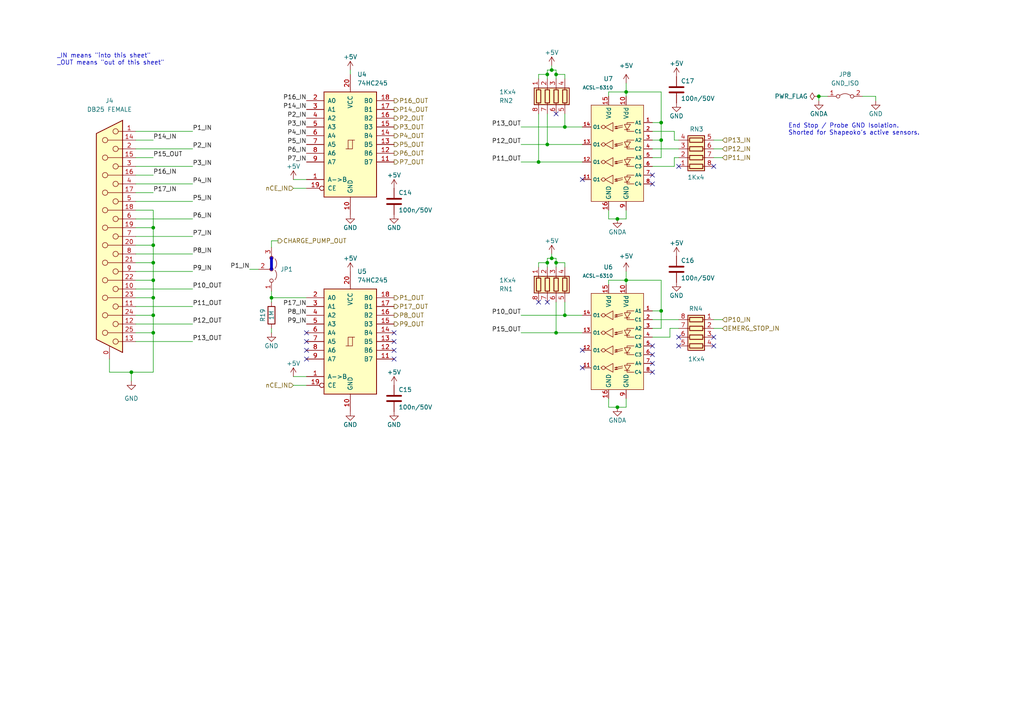
<source format=kicad_sch>
(kicad_sch (version 20211123) (generator eeschema)
  (paper "A4")
  (title_block (title "Shapeoko LPT Interface — LPT Interface") (date "2022-07-09") (rev "3.0"))
  (lib_symbols
    (symbol "3rd-party:ACSL-6310"
      (property "Reference" "U7" (at 1.27 21.59 0))
      (property "Value" "ACSL-6310" (at 1.27 19.05 0))
      (symbol "ACSL-6310_0_1"
        (rectangle (start -7.62 13.97) (end 7.62 -13.97) (fill (type background)))
        (polyline (pts (xy -3.556 -8.382) (xy -2.032 -8.382)))
        (polyline (pts (xy -3.556 -3.302) (xy -2.032 -3.302)))
        (polyline (pts (xy -3.556 1.778) (xy -2.032 1.778)))
        (polyline (pts (xy -3.556 6.858) (xy -2.032 6.858)))
        (polyline (pts (xy 0.762 -8.128) (xy 0 -8.128)))
        (polyline (pts (xy 0.762 -7.62) (xy 0 -7.62)))
        (polyline (pts (xy 0.762 -3.048) (xy 0 -3.048)))
        (polyline (pts (xy 0.762 -2.54) (xy 0 -2.54)))
        (polyline (pts (xy 0.762 2.032) (xy 0 2.032)))
        (polyline (pts (xy 0.762 2.54) (xy 0 2.54)))
        (polyline (pts (xy 0.762 7.112) (xy 0 7.112)))
        (polyline (pts (xy 0.762 7.62) (xy 0 7.62)))
        (polyline (pts (xy 4.572 -7.62) (xy 4.826 -7.62)))
        (polyline (pts (xy 4.572 -2.54) (xy 4.826 -2.54)))
        (polyline (pts (xy 4.572 2.54) (xy 4.826 2.54)))
        (polyline (pts (xy 4.572 7.62) (xy 4.826 7.62)))
        (polyline (pts (xy -2.794 -8.382) (xy -2.794 -8.89) (xy -4.826 -8.89)))
        (polyline (pts (xy -2.794 -6.858) (xy -2.794 -6.35) (xy -4.826 -6.35)))
        (polyline (pts (xy -2.794 -3.302) (xy -2.794 -3.81) (xy -4.826 -3.81)))
        (polyline (pts (xy -2.794 -1.778) (xy -2.794 -1.27) (xy -4.826 -1.27)))
        (polyline (pts (xy -2.794 1.778) (xy -2.794 1.27) (xy -4.826 1.27)))
        (polyline (pts (xy -2.794 3.302) (xy -2.794 3.81) (xy -4.826 3.81)))
        (polyline (pts (xy -2.794 6.858) (xy -2.794 6.35) (xy -4.826 6.35)))
        (polyline (pts (xy -2.794 8.382) (xy -2.794 8.89) (xy -4.826 8.89)))
        (polyline (pts (xy -1.524 -7.62) (xy 0.762 -8.128) (xy 0.254 -7.874)))
        (polyline (pts (xy -1.524 -7.112) (xy 0.762 -7.62) (xy 0.254 -7.366)))
        (polyline (pts (xy -1.524 -2.54) (xy 0.762 -3.048) (xy 0.254 -2.794)))
        (polyline (pts (xy -1.524 -2.032) (xy 0.762 -2.54) (xy 0.254 -2.286)))
        (polyline (pts (xy -1.524 2.54) (xy 0.762 2.032) (xy 0.254 2.286)))
        (polyline (pts (xy -1.524 3.048) (xy 0.762 2.54) (xy 0.254 2.794)))
        (polyline (pts (xy -1.524 7.62) (xy 0.762 7.112) (xy 0.254 7.366)))
        (polyline (pts (xy -1.524 8.128) (xy 0.762 7.62) (xy 0.254 7.874)))
        (polyline (pts (xy -2.794 -8.382) (xy -3.81 -6.858) (xy -2.032 -6.858) (xy -2.794 -8.382)))
        (polyline (pts (xy -2.794 -3.302) (xy -3.81 -1.778) (xy -2.032 -1.778) (xy -2.794 -3.302)))
        (polyline (pts (xy -2.794 1.778) (xy -3.81 3.302) (xy -2.032 3.302) (xy -2.794 1.778)))
        (polyline (pts (xy -2.794 6.858) (xy -3.81 8.382) (xy -2.032 8.382) (xy -2.794 6.858)))
        (polyline (pts (xy 3.556 -7.62) (xy 1.27 -6.35) (xy 1.27 -8.89) (xy 3.556 -7.62)))
        (polyline (pts (xy 3.556 -2.54) (xy 1.27 -1.27) (xy 1.27 -3.81) (xy 3.556 -2.54)))
        (polyline (pts (xy 3.556 2.54) (xy 1.27 3.81) (xy 1.27 1.27) (xy 3.556 2.54)))
        (polyline (pts (xy 3.556 7.62) (xy 1.27 8.89) (xy 1.27 6.35) (xy 3.556 7.62)))
        (circle (center 4.064 -7.62) (radius 0.508))
        (circle (center 4.064 -2.54) (radius 0.508))
        (circle (center 4.064 2.54) (radius 0.508))
        (circle (center 4.064 7.62) (radius 0.508))
      )
      (symbol "ACSL-6310_1_1"
        (pin input line (at -10.16 8.89 0) (length 2.54) (name "A1") (number "1"))
        (pin power_in line (at -2.54 16.51 270) (length 2.54) (name "Vdd") (number "10"))
        (pin output line (at 10.16 -7.62 180) (length 2.54) (name "O1") (number "11"))
        (pin output line (at 10.16 -2.54 180) (length 2.54) (name "O1") (number "12"))
        (pin output line (at 10.16 2.54 180) (length 2.54) (name "O1") (number "13"))
        (pin output line (at 10.16 7.62 180) (length 2.54) (name "O1") (number "14"))
        (pin power_in line (at 2.54 16.51 270) (length 2.54) (name "Vdd") (number "15"))
        (pin power_in line (at 2.54 -16.51 90) (length 2.54) (name "GND") (number "16"))
        (pin input line (at -10.16 6.35 0) (length 2.54) (name "C1") (number "2"))
        (pin input line (at -10.16 3.81 0) (length 2.54) (name "A2") (number "3"))
        (pin input line (at -10.16 1.27 0) (length 2.54) (name "C2") (number "4"))
        (pin input line (at -10.16 -1.27 0) (length 2.54) (name "A3") (number "5"))
        (pin input line (at -10.16 -3.81 0) (length 2.54) (name "C3") (number "6"))
        (pin input line (at -10.16 -6.35 0) (length 2.54) (name "A4") (number "7"))
        (pin input line (at -10.16 -8.89 0) (length 2.54) (name "C4") (number "8"))
        (pin power_in line (at -2.54 -16.51 90) (length 2.54) (name "GND") (number "9"))
      )
    )
    (symbol "74xx:74HC245" (pin_names (offset 1.016))
      (property "Reference" "U" (at -7.62 16.51 0))
      (property "Value" "74HC245" (at -7.62 -16.51 0))
      (symbol "74HC245_1_0"
        (polyline (pts (xy -0.635 -1.27) (xy -0.635 1.27) (xy 0.635 1.27)))
        (polyline (pts (xy -1.27 -1.27) (xy 0.635 -1.27) (xy 0.635 1.27) (xy 1.27 1.27)))
        (pin input line (at -12.7 -10.16 0) (length 5.08) (name "A->B") (number "1"))
        (pin power_in line (at 0 -20.32 90) (length 5.08) (name "GND") (number "10"))
        (pin tri_state line (at 12.7 -5.08 180) (length 5.08) (name "B7") (number "11"))
        (pin tri_state line (at 12.7 -2.54 180) (length 5.08) (name "B6") (number "12"))
        (pin tri_state line (at 12.7 0 180) (length 5.08) (name "B5") (number "13"))
        (pin tri_state line (at 12.7 2.54 180) (length 5.08) (name "B4") (number "14"))
        (pin tri_state line (at 12.7 5.08 180) (length 5.08) (name "B3") (number "15"))
        (pin tri_state line (at 12.7 7.62 180) (length 5.08) (name "B2") (number "16"))
        (pin tri_state line (at 12.7 10.16 180) (length 5.08) (name "B1") (number "17"))
        (pin tri_state line (at 12.7 12.7 180) (length 5.08) (name "B0") (number "18"))
        (pin input inverted (at -12.7 -12.7 0) (length 5.08) (name "CE") (number "19"))
        (pin tri_state line (at -12.7 12.7 0) (length 5.08) (name "A0") (number "2"))
        (pin power_in line (at 0 20.32 270) (length 5.08) (name "VCC") (number "20"))
        (pin tri_state line (at -12.7 10.16 0) (length 5.08) (name "A1") (number "3"))
        (pin tri_state line (at -12.7 7.62 0) (length 5.08) (name "A2") (number "4"))
        (pin tri_state line (at -12.7 5.08 0) (length 5.08) (name "A3") (number "5"))
        (pin tri_state line (at -12.7 2.54 0) (length 5.08) (name "A4") (number "6"))
        (pin tri_state line (at -12.7 0 0) (length 5.08) (name "A5") (number "7"))
        (pin tri_state line (at -12.7 -2.54 0) (length 5.08) (name "A6") (number "8"))
        (pin tri_state line (at -12.7 -5.08 0) (length 5.08) (name "A7") (number "9"))
      )
      (symbol "74HC245_1_1"
        (rectangle (start -7.62 15.24) (end 7.62 -15.24) (stroke (width 0.254)) (fill (type background)))
      )
    )
    (symbol "Connector:DB25_Female_MountingHoles" (pin_names (offset 1.016) hide)
      (property "Reference" "J" (at 0 36.83 0))
      (property "Value" "DB25_Female_MountingHoles" (at 0 34.925 0))
      (symbol "DB25_Female_MountingHoles_0_1"
        (circle (center -1.778 -30.48) (radius 0.762))
        (circle (center -1.778 -25.4) (radius 0.762))
        (circle (center -1.778 -20.32) (radius 0.762))
        (circle (center -1.778 -15.24) (radius 0.762))
        (circle (center -1.778 -10.16) (radius 0.762))
        (circle (center -1.778 -5.08) (radius 0.762))
        (circle (center -1.778 0) (radius 0.762))
        (circle (center -1.778 5.08) (radius 0.762))
        (circle (center -1.778 10.16) (radius 0.762))
        (circle (center -1.778 15.24) (radius 0.762))
        (circle (center -1.778 20.32) (radius 0.762))
        (circle (center -1.778 25.4) (radius 0.762))
        (circle (center -1.778 30.48) (radius 0.762))
        (polyline (pts (xy -3.81 -30.48) (xy -2.54 -30.48)))
        (polyline (pts (xy -3.81 -27.94) (xy 0.508 -27.94)))
        (polyline (pts (xy -3.81 -25.4) (xy -2.54 -25.4)))
        (polyline (pts (xy -3.81 -22.86) (xy 0.508 -22.86)))
        (polyline (pts (xy -3.81 -20.32) (xy -2.54 -20.32)))
        (polyline (pts (xy -3.81 -17.78) (xy 0.508 -17.78)))
        (polyline (pts (xy -3.81 -15.24) (xy -2.54 -15.24)))
        (polyline (pts (xy -3.81 -12.7) (xy 0.508 -12.7)))
        (polyline (pts (xy -3.81 -10.16) (xy -2.54 -10.16)))
        (polyline (pts (xy -3.81 -7.62) (xy 0.508 -7.62)))
        (polyline (pts (xy -3.81 -5.08) (xy -2.54 -5.08)))
        (polyline (pts (xy -3.81 -2.54) (xy 0.508 -2.54)))
        (polyline (pts (xy -3.81 0) (xy -2.54 0)))
        (polyline (pts (xy -3.81 2.54) (xy 0.508 2.54)))
        (polyline (pts (xy -3.81 5.08) (xy -2.54 5.08)))
        (polyline (pts (xy -3.81 7.62) (xy 0.508 7.62)))
        (polyline (pts (xy -3.81 10.16) (xy -2.54 10.16)))
        (polyline (pts (xy -3.81 12.7) (xy 0.508 12.7)))
        (polyline (pts (xy -3.81 15.24) (xy -2.54 15.24)))
        (polyline (pts (xy -3.81 17.78) (xy 0.508 17.78)))
        (polyline (pts (xy -3.81 20.32) (xy -2.54 20.32)))
        (polyline (pts (xy -3.81 22.86) (xy 0.508 22.86)))
        (polyline (pts (xy -3.81 25.4) (xy -2.54 25.4)))
        (polyline (pts (xy -3.81 27.94) (xy 0.508 27.94)))
        (polyline (pts (xy -3.81 30.48) (xy -2.54 30.48)))
        (polyline (pts (xy -3.81 33.655) (xy 3.81 29.845) (xy 3.81 -29.845) (xy -3.81 -33.655) (xy -3.81 33.655)) (stroke (width 0.254)) (fill (type background)))
        (circle (center 1.27 -27.94) (radius 0.762))
        (circle (center 1.27 -22.86) (radius 0.762))
        (circle (center 1.27 -17.78) (radius 0.762))
        (circle (center 1.27 -12.7) (radius 0.762))
        (circle (center 1.27 -7.62) (radius 0.762))
        (circle (center 1.27 -2.54) (radius 0.762))
        (circle (center 1.27 2.54) (radius 0.762))
        (circle (center 1.27 7.62) (radius 0.762))
        (circle (center 1.27 12.7) (radius 0.762))
        (circle (center 1.27 17.78) (radius 0.762))
        (circle (center 1.27 22.86) (radius 0.762))
        (circle (center 1.27 27.94) (radius 0.762))
      )
      (symbol "DB25_Female_MountingHoles_1_1"
        (pin passive line (at 0 -35.56 90) (length 3.81) (name "PAD") (number "0"))
        (pin passive line (at -7.62 30.48 0) (length 3.81) (name "1") (number "1"))
        (pin passive line (at -7.62 -15.24 0) (length 3.81) (name "10") (number "10"))
        (pin passive line (at -7.62 -20.32 0) (length 3.81) (name "11") (number "11"))
        (pin passive line (at -7.62 -25.4 0) (length 3.81) (name "12") (number "12"))
        (pin passive line (at -7.62 -30.48 0) (length 3.81) (name "13") (number "13"))
        (pin passive line (at -7.62 27.94 0) (length 3.81) (name "P14") (number "14"))
        (pin passive line (at -7.62 22.86 0) (length 3.81) (name "P15") (number "15"))
        (pin passive line (at -7.62 17.78 0) (length 3.81) (name "P16") (number "16"))
        (pin passive line (at -7.62 12.7 0) (length 3.81) (name "P17") (number "17"))
        (pin passive line (at -7.62 7.62 0) (length 3.81) (name "P18") (number "18"))
        (pin passive line (at -7.62 2.54 0) (length 3.81) (name "P19") (number "19"))
        (pin passive line (at -7.62 25.4 0) (length 3.81) (name "2") (number "2"))
        (pin passive line (at -7.62 -2.54 0) (length 3.81) (name "P20") (number "20"))
        (pin passive line (at -7.62 -7.62 0) (length 3.81) (name "P21") (number "21"))
        (pin passive line (at -7.62 -12.7 0) (length 3.81) (name "P22") (number "22"))
        (pin passive line (at -7.62 -17.78 0) (length 3.81) (name "P23") (number "23"))
        (pin passive line (at -7.62 -22.86 0) (length 3.81) (name "P24") (number "24"))
        (pin passive line (at -7.62 -27.94 0) (length 3.81) (name "P25") (number "25"))
        (pin passive line (at -7.62 20.32 0) (length 3.81) (name "3") (number "3"))
        (pin passive line (at -7.62 15.24 0) (length 3.81) (name "4") (number "4"))
        (pin passive line (at -7.62 10.16 0) (length 3.81) (name "5") (number "5"))
        (pin passive line (at -7.62 5.08 0) (length 3.81) (name "6") (number "6"))
        (pin passive line (at -7.62 0 0) (length 3.81) (name "7") (number "7"))
        (pin passive line (at -7.62 -5.08 0) (length 3.81) (name "8") (number "8"))
        (pin passive line (at -7.62 -10.16 0) (length 3.81) (name "9") (number "9"))
      )
    )
    (symbol "Device:C" (pin_numbers hide) (pin_names (offset 0.254))
      (property "Reference" "C" (at 0.635 2.54 0))
      (property "Value" "C" (at 0.635 -2.54 0))
      (symbol "C_0_1"
        (polyline (pts (xy -2.032 -0.762) (xy 2.032 -0.762)) (stroke (width 0.508)))
        (polyline (pts (xy -2.032 0.762) (xy 2.032 0.762)) (stroke (width 0.508)))
      )
      (symbol "C_1_1"
        (pin passive line (at 0 3.81 270) (length 2.794) (name "~") (number "1"))
        (pin passive line (at 0 -3.81 90) (length 2.794) (name "~") (number "2"))
      )
    )
    (symbol "Device:R" (pin_numbers hide) (pin_names (offset 0))
      (property "Reference" "R" (at 2.032 0 90))
      (property "Value" "R" (at 0 0 90))
      (symbol "R_0_1"
        (rectangle (start -1.016 -2.54) (end 1.016 2.54) (stroke (width 0.254)))
      )
      (symbol "R_1_1"
        (pin passive line (at 0 3.81 270) (length 1.27) (name "~") (number "1"))
        (pin passive line (at 0 -3.81 90) (length 1.27) (name "~") (number "2"))
      )
    )
    (symbol "Device:R_Pack04" (pin_names (offset 0) hide)
      (property "Reference" "RN" (at -7.62 0 90))
      (property "Value" "R_Pack04" (at 5.08 0 90))
      (symbol "R_Pack04_0_1"
        (rectangle (start -6.35 -2.413) (end 3.81 2.413) (stroke (width 0.254)) (fill (type background)))
        (rectangle (start -5.715 1.905) (end -4.445 -1.905) (stroke (width 0.254)))
        (rectangle (start -3.175 1.905) (end -1.905 -1.905) (stroke (width 0.254)))
        (rectangle (start -0.635 1.905) (end 0.635 -1.905) (stroke (width 0.254)))
        (polyline (pts (xy -5.08 -2.54) (xy -5.08 -1.905)))
        (polyline (pts (xy -5.08 1.905) (xy -5.08 2.54)))
        (polyline (pts (xy -2.54 -2.54) (xy -2.54 -1.905)))
        (polyline (pts (xy -2.54 1.905) (xy -2.54 2.54)))
        (polyline (pts (xy 0 -2.54) (xy 0 -1.905)))
        (polyline (pts (xy 0 1.905) (xy 0 2.54)))
        (polyline (pts (xy 2.54 -2.54) (xy 2.54 -1.905)))
        (polyline (pts (xy 2.54 1.905) (xy 2.54 2.54)))
        (rectangle (start 1.905 1.905) (end 3.175 -1.905) (stroke (width 0.254)))
      )
      (symbol "R_Pack04_1_1"
        (pin passive line (at -5.08 -5.08 90) (length 2.54) (name "R1.1") (number "1"))
        (pin passive line (at -2.54 -5.08 90) (length 2.54) (name "R2.1") (number "2"))
        (pin passive line (at 0 -5.08 90) (length 2.54) (name "R3.1") (number "3"))
        (pin passive line (at 2.54 -5.08 90) (length 2.54) (name "R4.1") (number "4"))
        (pin passive line (at 2.54 5.08 270) (length 2.54) (name "R4.2") (number "5"))
        (pin passive line (at 0 5.08 270) (length 2.54) (name "R3.2") (number "6"))
        (pin passive line (at -2.54 5.08 270) (length 2.54) (name "R2.2") (number "7"))
        (pin passive line (at -5.08 5.08 270) (length 2.54) (name "R1.2") (number "8"))
      )
    )
    (symbol "Jumper:Jumper_2_Bridged" (pin_names (offset 0) hide)
      (property "Reference" "JP" (at 0 1.905 0))
      (property "Value" "Jumper_2_Bridged" (at 0 -2.54 0))
      (symbol "Jumper_2_Bridged_0_0"
        (circle (center -2.032 0) (radius 0.508))
        (circle (center 2.032 0) (radius 0.508))
      )
      (symbol "Jumper_2_Bridged_0_1"
        (arc (start 1.524 0.254) (mid 0 0.762) (end -1.524 0.254))
      )
      (symbol "Jumper_2_Bridged_1_1"
        (pin passive line (at -5.08 0 0) (length 2.54) (name "A") (number "1"))
        (pin passive line (at 5.08 0 180) (length 2.54) (name "B") (number "2"))
      )
    )
    (symbol "Jumper:Jumper_3_Open" (pin_names (offset 0) hide)
      (property "Reference" "JP" (at -2.54 -2.54 0))
      (property "Value" "Jumper_3_Open" (at 0 2.794 0))
      (symbol "Jumper_3_Open_0_0"
        (circle (center -3.302 0) (radius 0.508))
        (circle (center 0 0) (radius 0.508))
        (circle (center 3.302 0) (radius 0.508))
      )
      (symbol "Jumper_3_Open_0_1"
        (arc (start -0.254 1.016) (mid -1.651 1.4992) (end -3.048 1.016))
        (polyline (pts (xy 0 -0.508) (xy 0 -1.27)))
        (arc (start 3.048 1.016) (mid 1.651 1.4992) (end 0.254 1.016))
      )
      (symbol "Jumper_3_Open_1_1"
        (pin passive line (at -6.35 0 0) (length 2.54) (name "A") (number "1"))
        (pin passive line (at 0 -3.81 90) (length 2.54) (name "C") (number "2"))
        (pin passive line (at 6.35 0 180) (length 2.54) (name "B") (number "3"))
      )
    )
    (symbol "power:+5V" (power) (pin_names (offset 0))
      (property "Value" "+5V" (at 0 3.556 0))
      (symbol "+5V_0_1"
        (polyline (pts (xy -0.762 1.27) (xy 0 2.54)))
        (polyline (pts (xy 0 0) (xy 0 2.54)))
        (polyline (pts (xy 0 2.54) (xy 0.762 1.27)))
      )
      (symbol "+5V_1_1"
        (pin power_in line (at 0 0 90) (length 0) hide (name "+5V") (number "1"))
      )
    )
    (symbol "power:GND" (power) (pin_names (offset 0))
      (property "Value" "GND" (at 0 -3.81 0))
      (symbol "GND_0_1"
        (polyline (pts (xy 0 0) (xy 0 -1.27) (xy 1.27 -1.27) (xy 0 -2.54) (xy -1.27 -1.27) (xy 0 -1.27)))
      )
      (symbol "GND_1_1"
        (pin power_in line (at 0 0 270) (length 0) hide (name "GND") (number "1"))
      )
    )
    (symbol "power:GNDA" (power) (pin_names (offset 0))
      (property "Value" "GNDA" (at 0 -3.81 0))
      (symbol "GNDA_0_1"
        (polyline (pts (xy 0 0) (xy 0 -1.27) (xy 1.27 -1.27) (xy 0 -2.54) (xy -1.27 -1.27) (xy 0 -1.27)))
      )
      (symbol "GNDA_1_1"
        (pin power_in line (at 0 0 270) (length 0) hide (name "GNDA") (number "1"))
      )
    )
    (symbol "power:PWR_FLAG" (power) (pin_numbers hide) (pin_names (offset 0) hide)
      (property "Value" "PWR_FLAG" (at 0 3.81 0))
      (symbol "PWR_FLAG_0_0"
        (pin power_out line (at 0 0 90) (length 0) (name "pwr") (number "1"))
      )
      (symbol "PWR_FLAG_0_1"
        (polyline (pts (xy 0 0) (xy 0 1.27) (xy -1.016 1.905) (xy 0 2.54) (xy 1.016 1.905) (xy 0 1.27)))
      )
    )
  )
  (junction (at 181.61 26.67))
  (junction (at 163.83 91.44))
  (junction (at 78.74 86.36))
  (junction (at 44.45 91.44))
  (junction (at 181.61 81.28))
  (junction (at 44.45 81.28))
  (junction (at 158.75 21.59))
  (junction (at 161.29 21.59))
  (junction (at 161.29 76.2))
  (junction (at 160.02 20.32))
  (junction (at 38.1 107.95))
  (junction (at 191.77 90.17))
  (junction (at 161.29 96.52))
  (junction (at 156.21 46.99))
  (junction (at 158.75 76.2))
  (junction (at 44.45 71.12))
  (junction (at 158.75 41.91))
  (junction (at 179.07 118.11))
  (junction (at 237.49 27.94))
  (junction (at 179.07 63.5))
  (junction (at 44.45 66.04))
  (junction (at 191.77 40.64))
  (junction (at 160.02 74.93))
  (junction (at 44.45 76.2))
  (junction (at 44.45 96.52))
  (junction (at 191.77 35.56))
  (junction (at 163.83 36.83))
  (junction (at 44.45 86.36))
  (no_connect (at 156.21 87.63))
  (no_connect (at 168.91 106.68))
  (no_connect (at 88.9 99.06))
  (no_connect (at 88.9 96.52))
  (no_connect (at 88.9 104.14))
  (no_connect (at 88.9 101.6))
  (no_connect (at 189.23 100.33))
  (no_connect (at 189.23 102.87))
  (no_connect (at 196.85 97.79))
  (no_connect (at 196.85 100.33))
  (no_connect (at 161.29 33.02))
  (no_connect (at 189.23 105.41))
  (no_connect (at 189.23 107.95))
  (no_connect (at 158.75 87.63))
  (no_connect (at 207.01 100.33))
  (no_connect (at 207.01 97.79))
  (no_connect (at 189.23 53.34))
  (no_connect (at 189.23 50.8))
  (no_connect (at 168.91 52.07))
  (no_connect (at 114.3 101.6))
  (no_connect (at 114.3 96.52))
  (no_connect (at 114.3 99.06))
  (no_connect (at 114.3 104.14))
  (no_connect (at 207.01 48.26))
  (no_connect (at 196.85 48.26))
  (no_connect (at 168.91 101.6))
  (wire (pts (xy 191.77 35.56) (xy 191.77 26.67)))
  (wire (pts (xy 194.31 97.79) (xy 189.23 97.79)))
  (wire (pts (xy 72.39 78.105) (xy 74.93 78.105)))
  (wire (pts (xy 163.83 22.86) (xy 163.83 21.59)))
  (wire (pts (xy 39.37 71.12) (xy 44.45 71.12)))
  (wire (pts (xy 254 29.21) (xy 254 27.94)))
  (wire (pts (xy 39.37 48.26) (xy 55.88 48.26)))
  (wire (pts (xy 161.29 96.52) (xy 168.91 96.52)))
  (wire (pts (xy 191.77 90.17) (xy 191.77 81.28)))
  (wire (pts (xy 158.75 21.59) (xy 158.75 20.32)))
  (wire (pts (xy 189.23 92.71) (xy 196.85 92.71)))
  (wire (pts (xy 158.75 77.47) (xy 158.75 76.2)))
  (wire (pts (xy 181.61 24.13) (xy 181.61 26.67)))
  (wire (pts (xy 158.75 41.91) (xy 168.91 41.91)))
  (wire (pts (xy 189.23 35.56) (xy 191.77 35.56)))
  (wire (pts (xy 189.23 95.25) (xy 191.77 95.25)))
  (wire (pts (xy 151.13 46.99) (xy 156.21 46.99)))
  (wire (pts (xy 156.21 76.2) (xy 158.75 76.2)))
  (wire (pts (xy 85.09 109.22) (xy 88.9 109.22)))
  (wire (pts (xy 39.37 83.82) (xy 55.88 83.82)))
  (wire (pts (xy 39.37 99.06) (xy 55.88 99.06)))
  (wire (pts (xy 39.37 45.72) (xy 44.45 45.72)))
  (wire (pts (xy 160.02 19.05) (xy 160.02 20.32)))
  (wire (pts (xy 39.37 78.74) (xy 55.88 78.74)))
  (wire (pts (xy 163.83 33.02) (xy 163.83 36.83)))
  (wire (pts (xy 39.37 55.88) (xy 44.45 55.88)))
  (wire (pts (xy 209.55 43.18) (xy 207.01 43.18)))
  (wire (pts (xy 44.45 81.28) (xy 44.45 86.36)))
  (wire (pts (xy 163.83 87.63) (xy 163.83 91.44)))
  (wire (pts (xy 78.74 71.755) (xy 78.74 69.85)))
  (wire (pts (xy 44.45 91.44) (xy 44.45 96.52)))
  (wire (pts (xy 39.37 88.9) (xy 55.88 88.9)))
  (wire (pts (xy 250.19 27.94) (xy 254 27.94)))
  (wire (pts (xy 194.31 95.25) (xy 194.31 97.79)))
  (wire (pts (xy 158.75 76.2) (xy 158.75 74.93)))
  (wire (pts (xy 189.23 45.72) (xy 191.77 45.72)))
  (wire (pts (xy 176.53 26.67) (xy 181.61 26.67)))
  (wire (pts (xy 39.37 73.66) (xy 55.88 73.66)))
  (wire (pts (xy 161.29 77.47) (xy 161.29 76.2)))
  (wire (pts (xy 189.23 40.64) (xy 191.77 40.64)))
  (wire (pts (xy 39.37 68.58) (xy 55.88 68.58)))
  (wire (pts (xy 176.53 82.55) (xy 176.53 81.28)))
  (wire (pts (xy 179.07 63.5) (xy 176.53 63.5)))
  (wire (pts (xy 191.77 40.64) (xy 191.77 35.56)))
  (wire (pts (xy 160.02 20.32) (xy 161.29 20.32)))
  (wire (pts (xy 156.21 77.47) (xy 156.21 76.2)))
  (wire (pts (xy 39.37 96.52) (xy 44.45 96.52)))
  (wire (pts (xy 78.74 69.85) (xy 80.645 69.85)))
  (wire (pts (xy 195.58 45.72) (xy 195.58 48.26)))
  (wire (pts (xy 161.29 87.63) (xy 161.29 96.52)))
  (wire (pts (xy 191.77 26.67) (xy 181.61 26.67)))
  (wire (pts (xy 189.23 48.26) (xy 195.58 48.26)))
  (wire (pts (xy 156.21 21.59) (xy 158.75 21.59)))
  (wire (pts (xy 151.13 36.83) (xy 163.83 36.83)))
  (wire (pts (xy 44.45 76.2) (xy 44.45 81.28)))
  (wire (pts (xy 160.02 73.66) (xy 160.02 74.93)))
  (wire (pts (xy 39.37 60.96) (xy 44.45 60.96)))
  (wire (pts (xy 39.37 53.34) (xy 55.88 53.34)))
  (wire (pts (xy 44.45 60.96) (xy 44.45 66.04)))
  (wire (pts (xy 191.77 81.28) (xy 181.61 81.28)))
  (wire (pts (xy 44.45 71.12) (xy 44.45 76.2)))
  (wire (pts (xy 39.37 40.64) (xy 44.45 40.64)))
  (wire (pts (xy 163.83 36.83) (xy 168.91 36.83)))
  (wire (pts (xy 209.55 45.72) (xy 207.01 45.72)))
  (wire (pts (xy 181.61 63.5) (xy 179.07 63.5)))
  (wire (pts (xy 189.23 38.1) (xy 195.58 38.1)))
  (wire (pts (xy 39.37 58.42) (xy 55.88 58.42)))
  (wire (pts (xy 237.49 27.94) (xy 240.03 27.94)))
  (wire (pts (xy 156.21 33.02) (xy 156.21 46.99)))
  (wire (pts (xy 158.75 33.02) (xy 158.75 41.91)))
  (polyline (pts (xy 78.74 74.803) (xy 78.74 78.105)) (stroke (width 0.8) (type solid)))
  (wire (pts (xy 39.37 38.1) (xy 55.88 38.1)))
  (wire (pts (xy 237.49 29.21) (xy 237.49 27.94)))
  (wire (pts (xy 176.53 63.5) (xy 176.53 60.96)))
  (wire (pts (xy 191.77 45.72) (xy 191.77 40.64)))
  (wire (pts (xy 207.01 95.25) (xy 209.55 95.25)))
  (wire (pts (xy 191.77 95.25) (xy 191.77 90.17)))
  (wire (pts (xy 39.37 76.2) (xy 44.45 76.2)))
  (wire (pts (xy 78.74 87.63) (xy 78.74 86.36)))
  (wire (pts (xy 176.53 27.94) (xy 176.53 26.67)))
  (wire (pts (xy 207.01 92.71) (xy 209.55 92.71)))
  (wire (pts (xy 181.61 60.96) (xy 181.61 63.5)))
  (wire (pts (xy 195.58 40.64) (xy 196.85 40.64)))
  (wire (pts (xy 44.45 86.36) (xy 44.45 91.44)))
  (wire (pts (xy 39.37 86.36) (xy 44.45 86.36)))
  (wire (pts (xy 161.29 22.86) (xy 161.29 21.59)))
  (wire (pts (xy 85.09 54.61) (xy 88.9 54.61)))
  (wire (pts (xy 39.37 63.5) (xy 55.88 63.5)))
  (wire (pts (xy 161.29 21.59) (xy 161.29 20.32)))
  (wire (pts (xy 78.74 86.36) (xy 88.9 86.36)))
  (wire (pts (xy 39.37 91.44) (xy 44.45 91.44)))
  (wire (pts (xy 158.75 20.32) (xy 160.02 20.32)))
  (wire (pts (xy 163.83 76.2) (xy 161.29 76.2)))
  (wire (pts (xy 31.75 104.14) (xy 31.75 107.95)))
  (wire (pts (xy 181.61 78.74) (xy 181.61 81.28)))
  (wire (pts (xy 176.53 118.11) (xy 176.53 115.57)))
  (wire (pts (xy 156.21 22.86) (xy 156.21 21.59)))
  (wire (pts (xy 78.74 96.52) (xy 78.74 95.25)))
  (wire (pts (xy 189.23 43.18) (xy 196.85 43.18)))
  (wire (pts (xy 179.07 118.11) (xy 176.53 118.11)))
  (wire (pts (xy 163.83 91.44) (xy 168.91 91.44)))
  (wire (pts (xy 44.45 66.04) (xy 44.45 71.12)))
  (wire (pts (xy 181.61 81.28) (xy 181.61 82.55)))
  (wire (pts (xy 195.58 45.72) (xy 196.85 45.72)))
  (wire (pts (xy 181.61 115.57) (xy 181.61 118.11)))
  (wire (pts (xy 44.45 96.52) (xy 44.45 107.95)))
  (wire (pts (xy 181.61 118.11) (xy 179.07 118.11)))
  (wire (pts (xy 38.1 107.95) (xy 44.45 107.95)))
  (wire (pts (xy 101.6 20.32) (xy 101.6 21.59)))
  (wire (pts (xy 161.29 76.2) (xy 161.29 74.93)))
  (wire (pts (xy 151.13 41.91) (xy 158.75 41.91)))
  (wire (pts (xy 163.83 77.47) (xy 163.83 76.2)))
  (wire (pts (xy 38.1 107.95) (xy 38.1 110.49)))
  (wire (pts (xy 39.37 93.98) (xy 55.88 93.98)))
  (wire (pts (xy 209.55 40.64) (xy 207.01 40.64)))
  (wire (pts (xy 163.83 21.59) (xy 161.29 21.59)))
  (wire (pts (xy 151.13 96.52) (xy 161.29 96.52)))
  (wire (pts (xy 158.75 22.86) (xy 158.75 21.59)))
  (wire (pts (xy 39.37 43.18) (xy 55.88 43.18)))
  (wire (pts (xy 189.23 90.17) (xy 191.77 90.17)))
  (wire (pts (xy 85.09 52.07) (xy 88.9 52.07)))
  (wire (pts (xy 158.75 74.93) (xy 160.02 74.93)))
  (wire (pts (xy 151.13 91.44) (xy 163.83 91.44)))
  (wire (pts (xy 160.02 74.93) (xy 161.29 74.93)))
  (wire (pts (xy 181.61 26.67) (xy 181.61 27.94)))
  (wire (pts (xy 39.37 66.04) (xy 44.45 66.04)))
  (wire (pts (xy 85.09 111.76) (xy 88.9 111.76)))
  (wire (pts (xy 195.58 38.1) (xy 195.58 40.64)))
  (wire (pts (xy 39.37 81.28) (xy 44.45 81.28)))
  (wire (pts (xy 196.85 95.25) (xy 194.31 95.25)))
  (wire (pts (xy 156.21 46.99) (xy 168.91 46.99)))
  (wire (pts (xy 39.37 50.8) (xy 44.45 50.8)))
  (wire (pts (xy 31.75 107.95) (xy 38.1 107.95)))
  (wire (pts (xy 78.74 84.455) (xy 78.74 86.36)))
  (wire (pts (xy 176.53 81.28) (xy 181.61 81.28)))
  (text "End Stop / Probe GND Isolation. \nShorted for Shapeoko's active sensors." (at 228.6 39.37 0) (effects (font (size 1.27 1.27)) (justify left bottom)))
  (text "_IN means \"into this sheet\"\n_OUT means \"out of this sheet\"" (at 16.51 19.05 0) (effects (font (size 1.27 1.27)) (justify left bottom)))
  (label "P2_IN" (at 88.9 34.29 180))
  (label "P2_IN" (at 55.88 43.18 0))
  (label "P17_IN" (at 44.45 55.88 0))
  (label "P6_IN" (at 88.9 44.45 180))
  (label "P13_OUT" (at 151.13 36.83 180))
  (label "P11_OUT" (at 55.88 88.9 0))
  (label "P1_IN" (at 72.39 78.105 180))
  (label "P5_IN" (at 55.88 58.42 0))
  (label "P16_IN" (at 44.45 50.8 0))
  (label "P3_IN" (at 88.9 36.83 180))
  (label "P11_OUT" (at 151.13 46.99 180))
  (label "P9_IN" (at 88.9 93.98 180))
  (label "P10_OUT" (at 55.88 83.82 0))
  (label "P9_IN" (at 55.88 78.74 0))
  (label "P12_OUT" (at 55.88 93.98 0))
  (label "P6_IN" (at 55.88 63.5 0))
  (label "P3_IN" (at 55.88 48.26 0))
  (label "P4_IN" (at 55.88 53.34 0))
  (label "P12_OUT" (at 151.13 41.91 180))
  (label "P15_OUT" (at 151.13 96.52 180))
  (label "P8_IN" (at 55.88 73.66 0))
  (label "P7_IN" (at 55.88 68.58 0))
  (label "P13_OUT" (at 55.88 99.06 0))
  (label "P5_IN" (at 88.9 41.91 180))
  (label "P17_IN" (at 88.9 88.9 180))
  (label "P15_OUT" (at 44.45 45.72 0))
  (label "P14_IN" (at 88.9 31.75 180))
  (label "P4_IN" (at 88.9 39.37 180))
  (label "P7_IN" (at 88.9 46.99 180))
  (label "P1_IN" (at 55.88 38.1 0))
  (label "P16_IN" (at 88.9 29.21 180))
  (label "P8_IN" (at 88.9 91.44 180))
  (label "P14_IN" (at 44.45 40.64 0))
  (label "P10_OUT" (at 151.13 91.44 180))
  (hierarchical_label "P5_OUT" (shape output) (at 114.3 41.91 0))
  (hierarchical_label "P12_IN" (shape input) (at 209.55 43.18 0))
  (hierarchical_label "P6_OUT" (shape output) (at 114.3 44.45 0))
  (hierarchical_label "P16_OUT" (shape output) (at 114.3 29.21 0))
  (hierarchical_label "P13_IN" (shape input) (at 209.55 40.64 0))
  (hierarchical_label "CHARGE_PUMP_OUT" (shape output) (at 80.645 69.85 0))
  (hierarchical_label "P4_OUT" (shape output) (at 114.3 39.37 0))
  (hierarchical_label "P11_IN" (shape input) (at 209.55 45.72 0))
  (hierarchical_label "P2_OUT" (shape output) (at 114.3 34.29 0))
  (hierarchical_label "P1_OUT" (shape output) (at 114.3 86.36 0))
  (hierarchical_label "P3_OUT" (shape output) (at 114.3 36.83 0))
  (hierarchical_label "EMERG_STOP_IN" (shape input) (at 209.55 95.25 0))
  (hierarchical_label "P14_OUT" (shape output) (at 114.3 31.75 0))
  (hierarchical_label "P17_OUT" (shape output) (at 114.3 88.9 0))
  (hierarchical_label "P9_OUT" (shape output) (at 114.3 93.98 0))
  (hierarchical_label "P7_OUT" (shape output) (at 114.3 46.99 0))
  (hierarchical_label "P8_OUT" (shape output) (at 114.3 91.44 0))
  (hierarchical_label "P10_IN" (shape input) (at 209.55 92.71 0))
  (hierarchical_label "nCE_IN" (shape input) (at 85.09 111.76 180))
  (hierarchical_label "nCE_IN" (shape input) (at 85.09 54.61 180))
  (symbol (lib_id "power:GND") (at 254 29.21 0) (unit 1)
    (property "Reference" "#PWR054" (effects hide))
    (property "Value" "GND" (at 254 33.02 0))
  )
  (symbol (lib_id "power:+5V") (at 114.3 54.61 0) (unit 1)
    (property "Reference" "#PWR024" (effects hide))
    (property "Value" "+5V" (at 114.3 50.8 0))
  )
  (symbol (lib_id "power:+5V") (at 181.61 78.74 0) (unit 1)
    (property "Reference" "#PWR030" (effects hide))
    (property "Value" "+5V" (at 181.61 74.295 0))
  )
  (symbol (lib_id "Device:R_Pack04") (at 201.93 97.79 90) (mirror x) (unit 1)
    (property "Reference" "RN4" (at 203.835 89.535 90) (effects (justify left)))
    (property "Value" "1Kx4" (at 204.47 104.14 90) (effects (justify left)))
    (property "Footprint" "Resistor_SMD:R_Array_Convex_4x0603" (effects hide))
    (property "E14MOQ" "10" (effects hide))
    (property "JLCMFR#" "4D03WGJ0102T5E" (effects hide))
    (property "JLCPART" "C20197" (effects hide))
    (property "JLCMOQ" "20" (effects hide))
    (property "E14MFR#" "MP005637" (effects hide))
    (property "E14PART" "3550064" (effects hide))
  )
  (symbol (lib_id "power:GND") (at 114.3 62.23 0) (unit 1)
    (property "Reference" "#PWR025" (effects hide))
    (property "Value" "GND" (at 114.3 66.04 0))
  )
  (symbol (lib_id "power:GND") (at 196.215 81.915 0) (unit 1)
    (property "Reference" "#PWR035" (effects hide))
    (property "Value" "GND" (at 196.215 85.725 0))
  )
  (symbol (lib_id "power:GND") (at 101.6 119.38 0) (unit 1)
    (property "Reference" "#PWR023" (effects hide))
    (property "Value" "GND" (at 101.6 123.19 0))
  )
  (symbol (lib_id "power:PWR_FLAG") (at 237.49 27.94 90) (unit 1)
    (property "Reference" "#FLG0101" (effects hide))
    (property "Value" "PWR_FLAG" (at 234.315 27.9399 90) (effects (justify left)))
  )
  (symbol (lib_id "74xx:74HC245") (at 101.6 99.06 0) (unit 1)
    (property "Reference" "U5" (at 103.6194 78.74 0) (effects (justify left)))
    (property "Value" "74HC245" (at 103.6194 81.28 0) (effects (justify left)))
    (property "Footprint" "Package_SO:SOIC-20W_7.5x12.8mm_P1.27mm" (effects hide))
    (property "Datasheet" "http://www.ti.com/lit/gpn/sn74HC245" (effects hide))
    (property "E14MOQ" "1" (effects hide))
    (property "E14PART" "1013973" (effects hide))
    (property "JLCMFR#" "74HC245D,653" (effects hide))
    (property "JLCMOQ" "1" (effects hide))
    (property "JLCPART" "C5625" (effects hide))
    (property "E14MFR#" "MM74HC245AWM" (effects hide))
  )
  (symbol (lib_id "Device:C") (at 114.3 58.42 0) (unit 1)
    (property "Reference" "C14" (at 115.57 55.88 0) (effects (justify left)))
    (property "Value" "100n/50V" (at 115.57 60.96 0) (effects (justify left)))
    (property "Footprint" "Capacitor_SMD:C_0603_1608Metric" (effects hide))
    (property "JLCMFR#" "CC0603KRX7R9BB104" (effects hide))
    (property "JLCMOQ" "20" (effects hide))
    (property "JLCPART" "C14663" (effects hide))
    (property "E14MFR#" "MC0603B104K500CT" (effects hide))
    (property "E14MOQ" "10" (effects hide))
    (property "E14PART" "1759122" (effects hide))
  )
  (symbol (lib_id "Device:C") (at 196.215 78.105 0) (unit 1)
    (property "Reference" "C16" (at 197.485 75.565 0) (effects (justify left)))
    (property "Value" "100n/50V" (at 197.485 80.645 0) (effects (justify left)))
    (property "Footprint" "Capacitor_SMD:C_0603_1608Metric" (effects hide))
    (property "JLCMFR#" "CC0603KRX7R9BB104" (effects hide))
    (property "JLCMOQ" "20" (effects hide))
    (property "JLCPART" "C14663" (effects hide))
    (property "E14MFR#" "MC0603B104K500CT" (effects hide))
    (property "E14MOQ" "10" (effects hide))
    (property "E14PART" "1759122" (effects hide))
  )
  (symbol (lib_id "power:GNDA") (at 179.07 118.11 0) (mirror y) (unit 1)
    (property "Reference" "#PWR047" (effects hide))
    (property "Value" "GNDA" (at 179.07 121.92 0))
  )
  (symbol (lib_id "power:+5V") (at 85.09 109.22 0) (unit 1)
    (property "Reference" "#PWR019" (effects hide))
    (property "Value" "+5V" (at 85.09 105.41 0))
  )
  (symbol (lib_id "power:+5V") (at 196.215 22.225 0) (unit 1)
    (property "Reference" "#PWR036" (effects hide))
    (property "Value" "+5V" (at 196.215 18.415 0))
  )
  (symbol (lib_id "power:+5V") (at 101.6 78.74 0) (unit 1)
    (property "Reference" "#PWR022" (effects hide))
    (property "Value" "+5V" (at 101.6 74.93 0))
  )
  (symbol (lib_id "Device:R") (at 78.74 91.44 0) (unit 1)
    (property "Reference" "R19" (at 76.2 91.44 90))
    (property "Value" "1M" (at 78.74 91.44 90))
    (property "Footprint" "Resistor_SMD:R_0603_1608Metric" (effects hide))
    (property "E14MOQ" "10" (effects hide))
    (property "E14PART" "1469820" (effects hide))
    (property "JLCMFR#" "0603WAF5601T5E" (effects hide))
    (property "JLCMOQ" "20" (effects hide))
    (property "JLCPART" "C23189" (effects hide))
    (property "E14MFR#" "CRCW06035K60FKEA" (effects hide))
  )
  (symbol (lib_id "power:+5V") (at 101.6 20.32 0) (unit 1)
    (property "Reference" "#PWR020" (effects hide))
    (property "Value" "+5V" (at 101.6 16.51 0))
  )
  (symbol (lib_id "power:+5V") (at 85.09 52.07 0) (unit 1)
    (property "Reference" "#PWR018" (effects hide))
    (property "Value" "+5V" (at 85.09 48.26 0))
  )
  (symbol (lib_id "power:+5V") (at 160.02 73.66 0) (unit 1)
    (property "Reference" "#PWR028" (effects hide))
    (property "Value" "+5V" (at 160.02 69.85 0))
  )
  (symbol (lib_id "power:+5V") (at 181.61 24.13 0) (unit 1)
    (property "Reference" "#PWR032" (effects hide))
    (property "Value" "+5V" (at 181.61 19.05 0))
  )
  (symbol (lib_id "power:GND") (at 196.215 29.845 0) (unit 1)
    (property "Reference" "#PWR037" (effects hide))
    (property "Value" "GND" (at 196.215 33.655 0))
  )
  (symbol (lib_id "Device:R_Pack04") (at 161.29 82.55 0) (mirror x) (unit 1)
    (property "Reference" "RN1" (at 144.78 83.82 0) (effects (justify left)))
    (property "Value" "1Kx4" (at 144.78 81.28 0) (effects (justify left)))
    (property "Footprint" "Resistor_SMD:R_Array_Convex_4x0603" (effects hide))
    (property "E14MOQ" "10" (effects hide))
    (property "JLCMFR#" "4D03WGJ0102T5E" (effects hide))
    (property "JLCPART" "C20197" (effects hide))
    (property "JLCMOQ" "20" (effects hide))
    (property "E14MFR#" "MP005637" (effects hide))
    (property "E14PART" "3550064" (effects hide))
  )
  (symbol (lib_id "power:GND") (at 101.6 62.23 0) (unit 1)
    (property "Reference" "#PWR021" (effects hide))
    (property "Value" "GND" (at 101.6 66.04 0))
  )
  (symbol (lib_id "Device:R_Pack04") (at 201.93 43.18 270) (mirror x) (unit 1)
    (property "Reference" "RN3" (at 200.025 37.465 90) (effects (justify left)))
    (property "Value" "1Kx4" (at 199.39 51.435 90) (effects (justify left)))
    (property "Footprint" "Resistor_SMD:R_Array_Convex_4x0603" (effects hide))
    (property "E14MOQ" "10" (effects hide))
    (property "JLCMFR#" "4D03WGJ0102T5E" (effects hide))
    (property "JLCPART" "C20197" (effects hide))
    (property "JLCMOQ" "20" (effects hide))
    (property "E14MFR#" "MP005637" (effects hide))
    (property "E14PART" "3550064" (effects hide))
  )
  (symbol (lib_id "Device:C") (at 196.215 26.035 0) (unit 1)
    (property "Reference" "C17" (at 197.485 23.495 0) (effects (justify left)))
    (property "Value" "100n/50V" (at 197.485 28.575 0) (effects (justify left)))
    (property "Footprint" "Capacitor_SMD:C_0603_1608Metric" (effects hide))
    (property "JLCMFR#" "CC0603KRX7R9BB104" (effects hide))
    (property "JLCMOQ" "20" (effects hide))
    (property "JLCPART" "C14663" (effects hide))
    (property "E14MFR#" "MC0603B104K500CT" (effects hide))
    (property "E14MOQ" "10" (effects hide))
    (property "E14PART" "1759122" (effects hide))
  )
  (symbol (lib_id "3rd-party:ACSL-6310") (at 179.07 99.06 0) (mirror y) (unit 1)
    (property "Reference" "U6" (at 177.8 77.47 0) (effects (justify left)))
    (property "Value" "ACSL-6310" (at 177.8 80.01 0) (effects (font (size 1 1)) (justify left)))
    (property "Footprint" "Package_SO:SO-16_3.9x9.9mm_P1.27mm" (effects hide))
    (property "Datasheet" "https://www.farnell.com/datasheets/3168225.pdf" (effects hide))
    (property "E14MOQ" "1" (effects hide))
    (property "E14PART" "1223820" (effects hide))
    (property "JLCMFR#" "ACSL-6310-00TE" (effects hide))
    (property "JLCMOQ" "1" (effects hide))
    (property "JLCPART" "Digikey" (effects hide))
    (property "E14MFR#" "ACSL-6310-00TE" (effects hide))
  )
  (symbol (lib_id "Device:R_Pack04") (at 161.29 27.94 0) (mirror x) (unit 1)
    (property "Reference" "RN2" (at 144.78 29.21 0) (effects (justify left)))
    (property "Value" "1Kx4" (at 144.78 26.67 0) (effects (justify left)))
    (property "Footprint" "Resistor_SMD:R_Array_Convex_4x0603" (effects hide))
    (property "E14MOQ" "10" (effects hide))
    (property "JLCMFR#" "4D03WGJ0102T5E" (effects hide))
    (property "JLCPART" "C20197" (effects hide))
    (property "JLCMOQ" "20" (effects hide))
    (property "E14MFR#" "MP005637" (effects hide))
    (property "E14PART" "3550064" (effects hide))
  )
  (symbol (lib_id "74xx:74HC245") (at 101.6 41.91 0) (unit 1)
    (property "Reference" "U4" (at 103.6194 21.59 0) (effects (justify left)))
    (property "Value" "74HC245" (at 103.6194 24.13 0) (effects (justify left)))
    (property "Footprint" "Package_SO:SOIC-20W_7.5x12.8mm_P1.27mm" (effects hide))
    (property "Datasheet" "http://www.ti.com/lit/gpn/sn74HC245" (effects hide))
    (property "E14MOQ" "1" (effects hide))
    (property "E14PART" "1013973" (effects hide))
    (property "JLCMFR#" "74HC245D,653" (effects hide))
    (property "JLCMOQ" "1" (effects hide))
    (property "JLCPART" "C5625" (effects hide))
    (property "E14MFR#" "MM74HC245AWM" (effects hide))
  )
  (symbol (lib_id "power:GND") (at 38.1 110.49 0) (unit 1)
    (property "Reference" "#PWR015" (effects hide))
    (property "Value" "GND" (at 38.1 115.57 0))
  )
  (symbol (lib_id "3rd-party:ACSL-6310") (at 179.07 44.45 0) (mirror y) (unit 1)
    (property "Reference" "U7" (at 177.8 22.86 0) (effects (justify left)))
    (property "Value" "ACSL-6310" (at 177.8 25.4 0) (effects (font (size 1 1)) (justify left)))
    (property "Footprint" "Package_SO:SO-16_3.9x9.9mm_P1.27mm" (effects hide))
    (property "Datasheet" "https://www.farnell.com/datasheets/3168225.pdf" (effects hide))
    (property "E14MOQ" "1" (effects hide))
    (property "E14PART" "1223820" (effects hide))
    (property "E14MFR#" "ACSL-6310-00TE" (effects hide))
    (property "JLCMFR#" "ACSL-6310-00TE" (effects hide))
    (property "JLCPART" "Digikey" (effects hide))
    (property "JLCMOQ" "1" (effects hide))
  )
  (symbol (lib_id "power:+5V") (at 196.215 74.295 0) (unit 1)
    (property "Reference" "#PWR034" (effects hide))
    (property "Value" "+5V" (at 196.215 70.485 0))
  )
  (symbol (lib_id "power:+5V") (at 114.3 111.76 0) (unit 1)
    (property "Reference" "#PWR026" (effects hide))
    (property "Value" "+5V" (at 114.3 107.95 0))
  )
  (symbol (lib_id "Jumper:Jumper_2_Bridged") (at 245.11 27.94 0) (unit 1)
    (property "Reference" "JP8" (at 245.11 21.59 0))
    (property "Value" "GND_ISO" (at 245.11 24.13 0))
    (property "Footprint" "Connector_PinHeader_2.54mm:PinHeader_1x02_P2.54mm_Vertical" (effects hide))
    (property "JLCMFR#" "DNI" (effects hide))
    (property "JLCPART" "DNI" (effects hide))
    (property "E14MOQ" "0" (effects hide))
    (property "JLCMOQ" "0" (effects hide))
    (property "E14MFR#" "DNI" (effects hide))
    (property "E14PART" "DNI" (effects hide))
  )
  (symbol (lib_id "power:GND") (at 78.74 96.52 0) (unit 1)
    (property "Reference" "#PWR0102" (effects hide))
    (property "Value" "GND" (at 78.74 100.33 0))
  )
  (symbol (lib_id "power:+5V") (at 160.02 19.05 0) (unit 1)
    (property "Reference" "#PWR029" (effects hide))
    (property "Value" "+5V" (at 160.02 15.24 0))
  )
  (symbol (lib_id "power:GND") (at 114.3 119.38 0) (unit 1)
    (property "Reference" "#PWR027" (effects hide))
    (property "Value" "GND" (at 114.3 123.19 0))
  )
  (symbol (lib_id "Device:C") (at 114.3 115.57 0) (unit 1)
    (property "Reference" "C15" (at 115.57 113.03 0) (effects (justify left)))
    (property "Value" "100n/50V" (at 115.57 118.11 0) (effects (justify left)))
    (property "Footprint" "Capacitor_SMD:C_0603_1608Metric" (effects hide))
    (property "JLCMFR#" "CC0603KRX7R9BB104" (effects hide))
    (property "JLCMOQ" "20" (effects hide))
    (property "JLCPART" "C14663" (effects hide))
    (property "E14MFR#" "MC0603B104K500CT" (effects hide))
    (property "E14MOQ" "10" (effects hide))
    (property "E14PART" "1759122" (effects hide))
  )
  (symbol (lib_id "Jumper:Jumper_3_Open") (at 78.74 78.105 270) (mirror x) (unit 1)
    (property "Reference" "JP1" (at 81.28 78.1049 90) (effects (justify left)))
    (property "Value" "1x03_2.54" (effects hide))
    (property "Footprint" "Connector_PinHeader_2.54mm:PinHeader_1x03_P2.54mm_Vertical" (effects hide))
    (property "JLCMFR#" "DNI" (effects hide))
    (property "JLCPART" "DNI" (effects hide))
    (property "E14MOQ" "0" (effects hide))
    (property "JLCMOQ" "0" (effects hide))
    (property "E14MFR#" "DNI" (effects hide))
    (property "E14PART" "DNI" (effects hide))
  )
  (symbol (lib_id "Connector:DB25_Female_MountingHoles") (at 31.75 68.58 0) (mirror y) (unit 1)
    (property "Reference" "J4" (at 31.75 29.21 0))
    (property "Value" "DB25 FEMALE" (at 31.75 31.75 0))
    (property "Footprint" "Connector_Dsub:DSUB-25_Male_Horizontal_P2.77x2.84mm_EdgePinOffset7.70mm_Housed_MountingHolesOffset9.12mm" (effects hide))
    (property "Datasheet" " ~" (effects hide))
    (property "E14MOQ" "5" (effects hide))
    (property "E14PART" "1848370" (effects hide))
    (property "JLCPART" "DNI" (effects hide))
    (property "JLCMFR#" "DNI" (effects hide))
    (property "E14MFR#" "5504F1-25P-02A-03" (effects hide))
    (property "JLCMOQ" "0" (effects hide))
  )
  (symbol (lib_id "power:GNDA") (at 179.07 63.5 0) (mirror y) (unit 1)
    (property "Reference" "#PWR0101" (effects hide))
    (property "Value" "GNDA" (at 179.07 67.31 0))
  )
  (symbol (lib_id "power:GNDA") (at 237.49 29.21 0) (mirror y) (unit 1)
    (property "Reference" "#PWR049" (effects hide))
    (property "Value" "GNDA" (at 237.49 33.02 0))
  )
)
</source>
